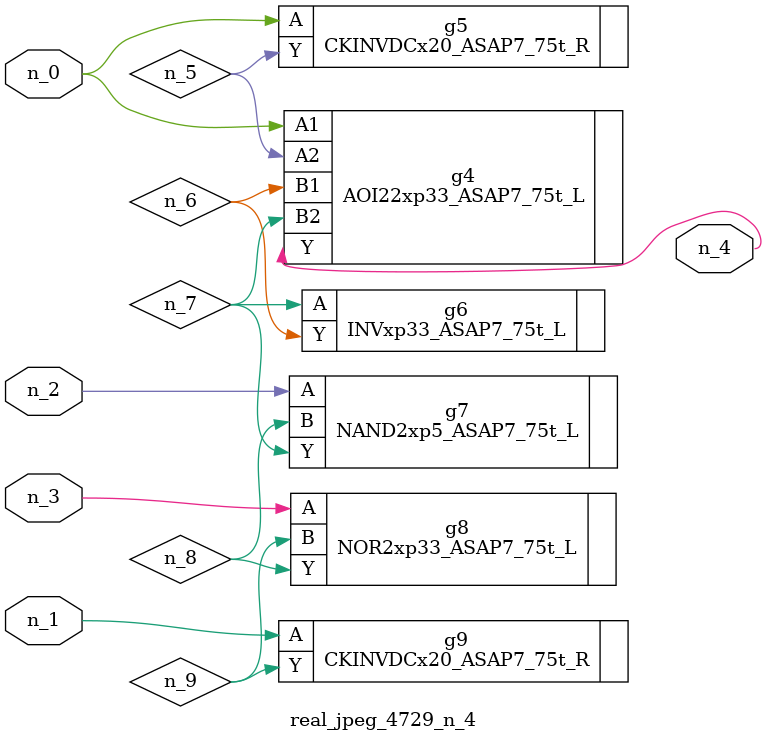
<source format=v>
module real_jpeg_4729_n_4 (n_3, n_1, n_0, n_2, n_4);

input n_3;
input n_1;
input n_0;
input n_2;

output n_4;

wire n_5;
wire n_8;
wire n_6;
wire n_7;
wire n_9;

AOI22xp33_ASAP7_75t_L g4 ( 
.A1(n_0),
.A2(n_5),
.B1(n_6),
.B2(n_7),
.Y(n_4)
);

CKINVDCx20_ASAP7_75t_R g5 ( 
.A(n_0),
.Y(n_5)
);

CKINVDCx20_ASAP7_75t_R g9 ( 
.A(n_1),
.Y(n_9)
);

NAND2xp5_ASAP7_75t_L g7 ( 
.A(n_2),
.B(n_8),
.Y(n_7)
);

NOR2xp33_ASAP7_75t_L g8 ( 
.A(n_3),
.B(n_9),
.Y(n_8)
);

INVxp33_ASAP7_75t_L g6 ( 
.A(n_7),
.Y(n_6)
);


endmodule
</source>
